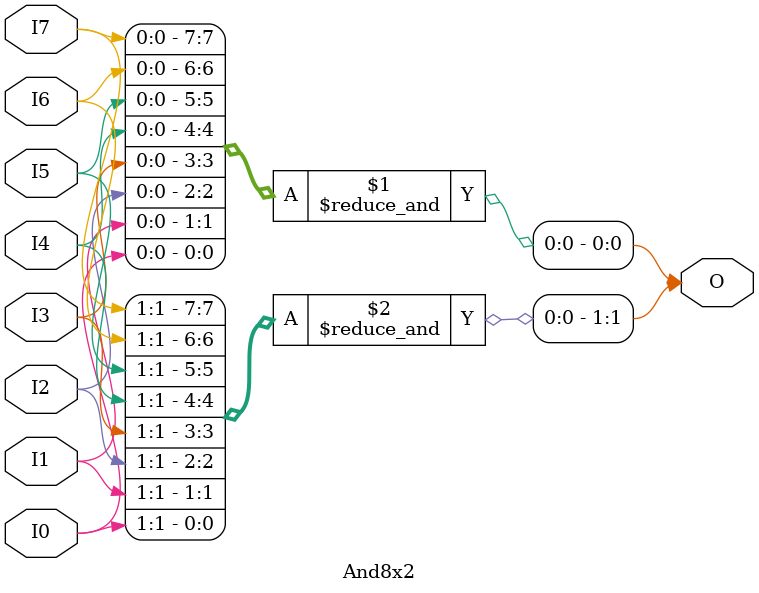
<source format=v>
module And8x2 (input [1:0] I0, input [1:0] I1, input [1:0] I2, input [1:0] I3, input [1:0] I4, input [1:0] I5, input [1:0] I6, input [1:0] I7, output [1:0] O);
assign O = {& ({I7[1],I6[1],I5[1],I4[1],I3[1],I2[1],I1[1],I0[1]}),& ({I7[0],I6[0],I5[0],I4[0],I3[0],I2[0],I1[0],I0[0]})};
endmodule


</source>
